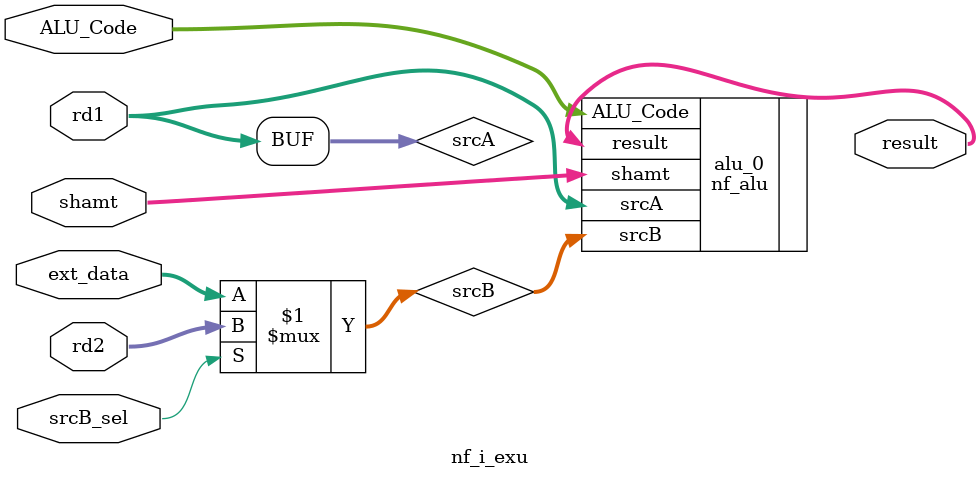
<source format=sv>
/*
*  File            :   nf_i_exu.sv
*  Autor           :   Vlasov D.V.
*  Data            :   2019.01.10
*  Language        :   SystemVerilog
*  Description     :   This is instruction execution unit
*  Copyright(c)    :   2018 - 2019 Vlasov D.V.
*/

`include "nf_settings.svh"

module nf_i_exu
(
    input   logic   [31 : 0]    rd1,        // read data from reg file (port1)
    input   logic   [31 : 0]    rd2,        // read data from reg file (port2)
    input   logic   [31 : 0]    ext_data,   // sign extended immediate data
    input   logic   [0  : 0]    srcB_sel,   // source enable signal for ALU
    input   logic   [4  : 0]    shamt,      // for shift operations
    input   logic   [31 : 0]    ALU_Code,   // code for ALU
    output  logic   [31 : 0]    result      // result of ALU operation
);
    // wires for ALU inputs
    logic   [31 : 0]    srcA;
    logic   [31 : 0]    srcB;
    // assign's ALU signals
    assign  srcA = rd1;
    assign  srcB = srcB_sel ? rd2 : ext_data;
    // creating ALU unit
    nf_alu alu_0
    (
        .srcA           ( srcA          ),  // source A for ALU unit
        .srcB           ( srcB          ),  // source B for ALU unit
        .shamt          ( shamt         ),  // for shift operation
        .ALU_Code       ( ALU_Code      ),  // ALU code from control unit
        .result         ( result        )   // result of ALU operation
    );

endmodule : nf_i_exu

</source>
